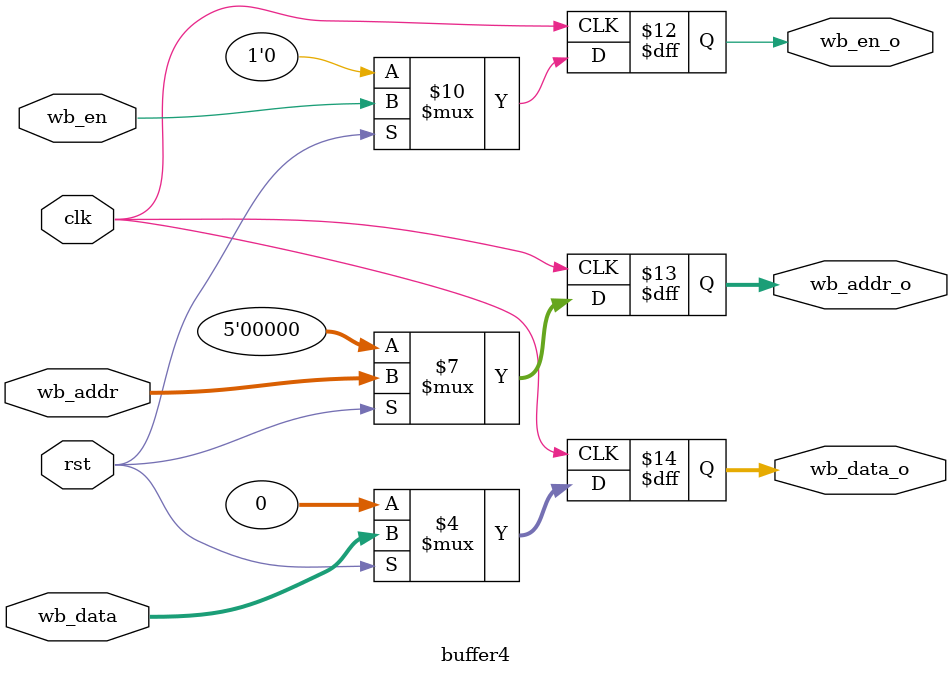
<source format=v>
module buffer4 (
    input rst,
    input clk,
    input  wb_en,
    input [4:0] wb_addr,
    input [31:0] wb_data,
    output reg  wb_en_o,
    output reg [4:0] wb_addr_o,
    output reg [31:0] wb_data_o
);
 always @(posedge clk) begin
      if(~rst) begin   
          wb_en_o <= 'b0;
          wb_addr_o <= 'b0;
          wb_data_o <= 'b0;
      end else begin
          wb_en_o <= wb_en;
          wb_addr_o <= wb_addr; 
          wb_data_o <= wb_data;
      end
end
    
endmodule
    
</source>
